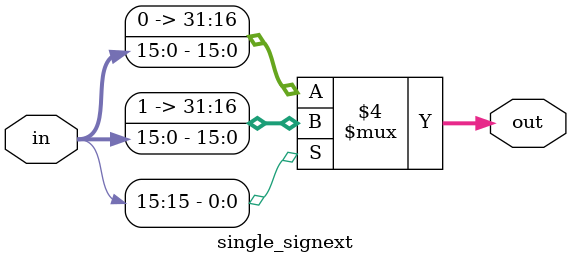
<source format=v>
`timescale 1ns / 1ps
module single_signext(in, out);
	input [15:0] in;
	output [31:0] out;
	reg [31:0] out;

	always @(in) begin
			if(in[15] == 1'b1)
				out <= {{16'b1111111111111111},in};
			else
				out <= {{16'b0000000000000000},in};
	end  
endmodule


</source>
